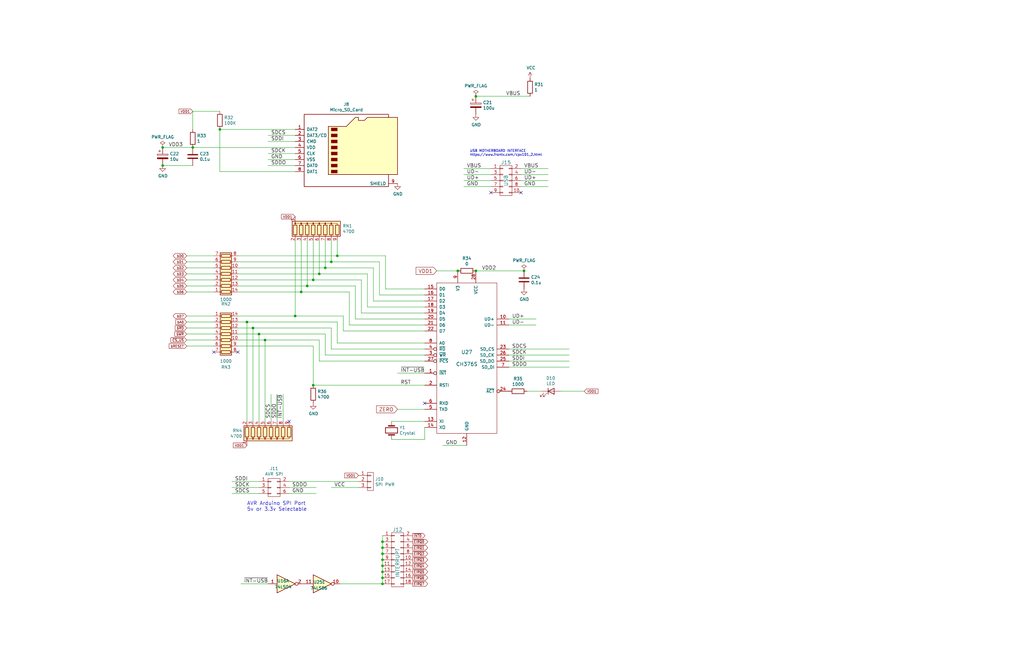
<source format=kicad_sch>
(kicad_sch (version 20211123) (generator eeschema)
  (paper "B")
  (lib_symbols
    (symbol "74xx:74LS04"
      (property "Reference" "U" (at 0 1.27 0))
      (property "Value" "74LS04" (at 0 -1.27 0))
      (symbol "74LS04_1_0"
        (polyline (pts (xy -3.81 3.81) (xy -3.81 -3.81) (xy 3.81 0) (xy -3.81 3.81)) (stroke (width 0.254)) (fill (type background)))
        (pin input line (at -7.62 0 0) (length 3.81) (name "~") (number "1"))
        (pin output inverted (at 7.62 0 180) (length 3.81) (name "~") (number "2"))
      )
      (symbol "74LS04_2_0"
        (polyline (pts (xy -3.81 3.81) (xy -3.81 -3.81) (xy 3.81 0) (xy -3.81 3.81)) (stroke (width 0.254)) (fill (type background)))
        (pin input line (at -7.62 0 0) (length 3.81) (name "~") (number "3"))
        (pin output inverted (at 7.62 0 180) (length 3.81) (name "~") (number "4"))
      )
      (symbol "74LS04_3_0"
        (polyline (pts (xy -3.81 3.81) (xy -3.81 -3.81) (xy 3.81 0) (xy -3.81 3.81)) (stroke (width 0.254)) (fill (type background)))
        (pin input line (at -7.62 0 0) (length 3.81) (name "~") (number "5"))
        (pin output inverted (at 7.62 0 180) (length 3.81) (name "~") (number "6"))
      )
      (symbol "74LS04_4_0"
        (polyline (pts (xy -3.81 3.81) (xy -3.81 -3.81) (xy 3.81 0) (xy -3.81 3.81)) (stroke (width 0.254)) (fill (type background)))
        (pin output inverted (at 7.62 0 180) (length 3.81) (name "~") (number "8"))
        (pin input line (at -7.62 0 0) (length 3.81) (name "~") (number "9"))
      )
      (symbol "74LS04_5_0"
        (polyline (pts (xy -3.81 3.81) (xy -3.81 -3.81) (xy 3.81 0) (xy -3.81 3.81)) (stroke (width 0.254)) (fill (type background)))
        (pin output inverted (at 7.62 0 180) (length 3.81) (name "~") (number "10"))
        (pin input line (at -7.62 0 0) (length 3.81) (name "~") (number "11"))
      )
      (symbol "74LS04_6_0"
        (polyline (pts (xy -3.81 3.81) (xy -3.81 -3.81) (xy 3.81 0) (xy -3.81 3.81)) (stroke (width 0.254)) (fill (type background)))
        (pin output inverted (at 7.62 0 180) (length 3.81) (name "~") (number "12"))
        (pin input line (at -7.62 0 0) (length 3.81) (name "~") (number "13"))
      )
      (symbol "74LS04_7_0"
        (pin power_in line (at 0 12.7 270) (length 5.08) (name "VCC") (number "14"))
        (pin power_in line (at 0 -12.7 90) (length 5.08) (name "GND") (number "7"))
      )
      (symbol "74LS04_7_1"
        (rectangle (start -5.08 7.62) (end 5.08 -7.62) (stroke (width 0.254)) (fill (type background)))
      )
    )
    (symbol "74xx:74LS06N" (pin_names (offset 1.016))
      (property "Reference" "U" (at 0 1.27 0))
      (property "Value" "74LS06N" (at 0 -1.27 0))
      (symbol "74LS06N_1_0"
        (polyline (pts (xy -3.81 3.81) (xy -3.81 -3.81) (xy 3.81 0) (xy -3.81 3.81)) (stroke (width 0.254)) (fill (type background)))
        (pin input line (at -7.62 0 0) (length 3.81) (name "~") (number "1"))
        (pin open_collector inverted (at 7.62 0 180) (length 3.81) (name "~") (number "2"))
      )
      (symbol "74LS06N_2_0"
        (polyline (pts (xy -3.81 3.81) (xy -3.81 -3.81) (xy 3.81 0) (xy -3.81 3.81)) (stroke (width 0.254)) (fill (type background)))
        (pin input line (at -7.62 0 0) (length 3.81) (name "~") (number "3"))
        (pin open_collector inverted (at 7.62 0 180) (length 3.81) (name "~") (number "4"))
      )
      (symbol "74LS06N_3_0"
        (polyline (pts (xy -3.81 3.81) (xy -3.81 -3.81) (xy 3.81 0) (xy -3.81 3.81)) (stroke (width 0.254)) (fill (type background)))
        (pin input line (at -7.62 0 0) (length 3.81) (name "~") (number "5"))
        (pin open_collector inverted (at 7.62 0 180) (length 3.81) (name "~") (number "6"))
      )
      (symbol "74LS06N_4_0"
        (polyline (pts (xy -3.81 3.81) (xy -3.81 -3.81) (xy 3.81 0) (xy -3.81 3.81)) (stroke (width 0.254)) (fill (type background)))
        (pin open_collector inverted (at 7.62 0 180) (length 3.81) (name "~") (number "8"))
        (pin input line (at -7.62 0 0) (length 3.81) (name "~") (number "9"))
      )
      (symbol "74LS06N_5_0"
        (polyline (pts (xy -3.81 3.81) (xy -3.81 -3.81) (xy 3.81 0) (xy -3.81 3.81)) (stroke (width 0.254)) (fill (type background)))
        (pin open_collector inverted (at 7.62 0 180) (length 3.81) (name "~") (number "10"))
        (pin input line (at -7.62 0 0) (length 3.81) (name "~") (number "11"))
      )
      (symbol "74LS06N_6_0"
        (polyline (pts (xy -3.81 3.81) (xy -3.81 -3.81) (xy 3.81 0) (xy -3.81 3.81)) (stroke (width 0.254)) (fill (type background)))
        (pin open_collector inverted (at 7.62 0 180) (length 3.81) (name "~") (number "12"))
        (pin input line (at -7.62 0 0) (length 3.81) (name "~") (number "13"))
      )
      (symbol "74LS06N_7_0"
        (pin power_in line (at 0 12.7 270) (length 5.08) (name "VCC") (number "14"))
        (pin power_in line (at 0 -12.7 90) (length 5.08) (name "GND") (number "7"))
      )
      (symbol "74LS06N_7_1"
        (rectangle (start -5.08 7.62) (end 5.08 -7.62) (stroke (width 0.254)) (fill (type background)))
      )
    )
    (symbol "CH376S:CH376S" (pin_names (offset 1.016))
      (property "Reference" "U" (at 0 -1.27 0))
      (property "Value" "CH376S" (at 0 -3.81 0))
      (symbol "CH376S_0_1"
        (rectangle (start -12.7 31.75) (end 12.7 -31.75))
      )
      (symbol "CH376S_1_1"
        (pin output inverted (at -17.78 -6.35 0) (length 5.08) (name "~{INT}") (number "1"))
        (pin bidirectional line (at 17.78 16.51 180) (length 5.08) (name "UD+") (number "10"))
        (pin bidirectional line (at 17.78 13.97 180) (length 5.08) (name "UD-") (number "11"))
        (pin power_in line (at 0 -36.83 90) (length 5.08) (name "GND") (number "12"))
        (pin input line (at -17.78 -26.67 0) (length 5.08) (name "XI") (number "13"))
        (pin output line (at -17.78 -29.21 0) (length 5.08) (name "XO") (number "14"))
        (pin bidirectional line (at -17.78 29.21 0) (length 5.08) (name "D0") (number "15"))
        (pin bidirectional line (at -17.78 26.67 0) (length 5.08) (name "D1") (number "16"))
        (pin bidirectional line (at -17.78 24.13 0) (length 5.08) (name "D2") (number "17"))
        (pin bidirectional line (at -17.78 21.59 0) (length 5.08) (name "D3") (number "18"))
        (pin bidirectional line (at -17.78 19.05 0) (length 5.08) (name "D4") (number "19"))
        (pin input line (at -17.78 -11.43 0) (length 5.08) (name "RSTI") (number "2"))
        (pin bidirectional line (at -17.78 16.51 0) (length 5.08) (name "D5") (number "20"))
        (pin bidirectional line (at -17.78 13.97 0) (length 5.08) (name "D6") (number "21"))
        (pin bidirectional line (at -17.78 11.43 0) (length 5.08) (name "D7") (number "22"))
        (pin output line (at 17.78 3.81 180) (length 5.08) (name "SD_CS") (number "23"))
        (pin output inverted (at 17.78 -13.97 180) (length 5.08) (name "~{ACT}") (number "24"))
        (pin output line (at 17.78 -1.27 180) (length 5.08) (name "SD_DO") (number "25"))
        (pin output line (at 17.78 1.27 180) (length 5.08) (name "SD_CK") (number "26"))
        (pin input inverted (at -17.78 -1.27 0) (length 5.08) (name "~{PCS}") (number "27"))
        (pin power_in line (at 3.81 36.83 270) (length 5.08) (name "VCC") (number "28"))
        (pin input inverted (at -17.78 1.27 0) (length 5.08) (name "~{WR}") (number "3"))
        (pin input inverted (at -17.78 3.81 0) (length 5.08) (name "~{RD}") (number "4"))
        (pin output line (at -17.78 -21.59 0) (length 5.08) (name "TXD") (number "5"))
        (pin input line (at -17.78 -19.05 0) (length 5.08) (name "RXD") (number "6"))
        (pin input line (at 17.78 -3.81 180) (length 5.08) (name "SD_DI") (number "7"))
        (pin input line (at -17.78 6.35 0) (length 5.08) (name "A0") (number "8"))
        (pin power_in line (at -3.81 36.83 270) (length 5.08) (name "V3") (number "9"))
      )
    )
    (symbol "Micro_SD_Card:Micro_SD_Card" (pin_names (offset 1.016))
      (property "Reference" "J" (at -16.51 15.24 0))
      (property "Value" "Micro_SD_Card" (at 16.51 15.24 0))
      (symbol "Micro_SD_Card_0_1"
        (rectangle (start -7.62 -9.525) (end -5.08 -10.795) (fill (type outline)))
        (rectangle (start -7.62 -6.985) (end -5.08 -8.255) (fill (type outline)))
        (rectangle (start -7.62 -4.445) (end -5.08 -5.715) (fill (type outline)))
        (rectangle (start -7.62 -1.905) (end -5.08 -3.175) (fill (type outline)))
        (rectangle (start -7.62 0.635) (end -5.08 -0.635) (fill (type outline)))
        (rectangle (start -7.62 3.175) (end -5.08 1.905) (fill (type outline)))
        (rectangle (start -7.62 5.715) (end -5.08 4.445) (fill (type outline)))
        (rectangle (start -7.62 8.255) (end -5.08 6.985) (fill (type outline)))
        (polyline (pts (xy 16.51 12.7) (xy 16.51 13.97) (xy -19.05 13.97) (xy -19.05 -16.51) (xy 16.51 -16.51) (xy 16.51 -11.43)) (stroke (width 0.254)))
        (polyline (pts (xy -8.89 -11.43) (xy -8.89 8.89) (xy -1.27 8.89) (xy 2.54 12.7) (xy 3.81 12.7) (xy 3.81 11.43) (xy 6.35 11.43) (xy 7.62 12.7) (xy 20.32 12.7) (xy 20.32 -11.43) (xy -8.89 -11.43)) (stroke (width 0.254)) (fill (type background)))
      )
      (symbol "Micro_SD_Card_1_1"
        (pin bidirectional line (at -22.86 7.62 0) (length 3.81) (name "DAT2") (number "1"))
        (pin no_connect line (at -21.59 -12.7 0) (length 2.54) hide (name "NC") (number "10"))
        (pin no_connect line (at -21.59 -15.24 0) (length 2.54) hide (name "NC") (number "11"))
        (pin bidirectional line (at -22.86 5.08 0) (length 3.81) (name "DAT3/CD") (number "2"))
        (pin input line (at -22.86 2.54 0) (length 3.81) (name "CMD") (number "3"))
        (pin power_in line (at -22.86 0 0) (length 3.81) (name "VDD") (number "4"))
        (pin input line (at -22.86 -2.54 0) (length 3.81) (name "CLK") (number "5"))
        (pin power_in line (at -22.86 -5.08 0) (length 3.81) (name "VSS") (number "6"))
        (pin bidirectional line (at -22.86 -7.62 0) (length 3.81) (name "DAT0") (number "7"))
        (pin bidirectional line (at -22.86 -10.16 0) (length 3.81) (name "DAT1") (number "8"))
        (pin passive line (at 20.32 -15.24 180) (length 3.81) (name "SHIELD") (number "9"))
      )
    )
    (symbol "input-output.Multi-rescue:C-device" (pin_numbers hide) (pin_names (offset 0.254))
      (property "Reference" "C" (at 0.635 2.54 0))
      (property "Value" "C-device" (at 0.635 -2.54 0))
      (symbol "C-device_0_1"
        (polyline (pts (xy -2.032 -0.762) (xy 2.032 -0.762)) (stroke (width 0.508)))
        (polyline (pts (xy -2.032 0.762) (xy 2.032 0.762)) (stroke (width 0.508)))
      )
      (symbol "C-device_1_1"
        (pin passive line (at 0 3.81 270) (length 2.794) (name "~") (number "1"))
        (pin passive line (at 0 -3.81 90) (length 2.794) (name "~") (number "2"))
      )
    )
    (symbol "input-output.Multi-rescue:CONN_01X03-conn" (pin_names (offset 1.016) hide)
      (property "Reference" "J" (at 0 5.08 0))
      (property "Value" "CONN_01X03-conn" (at 2.54 0 90))
      (symbol "CONN_01X03-conn_0_1"
        (rectangle (start -1.27 -2.413) (end 0.254 -2.667))
        (rectangle (start -1.27 0.127) (end 0.254 -0.127))
        (rectangle (start -1.27 2.667) (end 0.254 2.413))
        (rectangle (start -1.27 3.81) (end 1.27 -3.81))
      )
      (symbol "CONN_01X03-conn_1_1"
        (pin passive line (at -5.08 2.54 0) (length 3.81) (name "P1") (number "1"))
        (pin passive line (at -5.08 0 0) (length 3.81) (name "P2") (number "2"))
        (pin passive line (at -5.08 -2.54 0) (length 3.81) (name "P3") (number "3"))
      )
    )
    (symbol "input-output.Multi-rescue:CONN_02X03-conn" (pin_names (offset 0.0254) hide)
      (property "Reference" "J" (at 0 5.08 0))
      (property "Value" "CONN_02X03-conn" (at 0 -5.08 0))
      (symbol "CONN_02X03-conn_0_1"
        (rectangle (start -2.54 -2.413) (end -1.27 -2.667))
        (rectangle (start -2.54 0.127) (end -1.27 -0.127))
        (rectangle (start -2.54 2.667) (end -1.27 2.413))
        (rectangle (start -2.54 3.81) (end 2.54 -3.81))
        (rectangle (start 1.27 -2.413) (end 2.54 -2.667))
        (rectangle (start 1.27 0.127) (end 2.54 -0.127))
        (rectangle (start 1.27 2.667) (end 2.54 2.413))
      )
      (symbol "CONN_02X03-conn_1_1"
        (pin passive line (at -6.35 2.54 0) (length 3.81) (name "P1") (number "1"))
        (pin passive line (at 6.35 2.54 180) (length 3.81) (name "P2") (number "2"))
        (pin passive line (at -6.35 0 0) (length 3.81) (name "P3") (number "3"))
        (pin passive line (at 6.35 0 180) (length 3.81) (name "P4") (number "4"))
        (pin passive line (at -6.35 -2.54 0) (length 3.81) (name "P5") (number "5"))
        (pin passive line (at 6.35 -2.54 180) (length 3.81) (name "P6") (number "6"))
      )
    )
    (symbol "input-output.Multi-rescue:CONN_02X05-conn" (pin_names (offset 0.0254) hide)
      (property "Reference" "J" (at 0 7.62 0))
      (property "Value" "CONN_02X05-conn" (at 0 -7.62 0))
      (symbol "CONN_02X05-conn_0_1"
        (rectangle (start -2.54 -4.953) (end -1.27 -5.207))
        (rectangle (start -2.54 -2.413) (end -1.27 -2.667))
        (rectangle (start -2.54 0.127) (end -1.27 -0.127))
        (rectangle (start -2.54 2.667) (end -1.27 2.413))
        (rectangle (start -2.54 5.207) (end -1.27 4.953))
        (rectangle (start -2.54 6.35) (end 2.54 -6.35))
        (rectangle (start 1.27 -4.953) (end 2.54 -5.207))
        (rectangle (start 1.27 -2.413) (end 2.54 -2.667))
        (rectangle (start 1.27 0.127) (end 2.54 -0.127))
        (rectangle (start 1.27 2.667) (end 2.54 2.413))
        (rectangle (start 1.27 5.207) (end 2.54 4.953))
      )
      (symbol "CONN_02X05-conn_1_1"
        (pin passive line (at -6.35 5.08 0) (length 3.81) (name "P1") (number "1"))
        (pin passive line (at 6.35 -5.08 180) (length 3.81) (name "P10") (number "10"))
        (pin passive line (at 6.35 5.08 180) (length 3.81) (name "P2") (number "2"))
        (pin passive line (at -6.35 2.54 0) (length 3.81) (name "P3") (number "3"))
        (pin passive line (at 6.35 2.54 180) (length 3.81) (name "P4") (number "4"))
        (pin passive line (at -6.35 0 0) (length 3.81) (name "P5") (number "5"))
        (pin passive line (at 6.35 0 180) (length 3.81) (name "P6") (number "6"))
        (pin passive line (at -6.35 -2.54 0) (length 3.81) (name "P7") (number "7"))
        (pin passive line (at 6.35 -2.54 180) (length 3.81) (name "P8") (number "8"))
        (pin passive line (at -6.35 -5.08 0) (length 3.81) (name "P9") (number "9"))
      )
    )
    (symbol "input-output.Multi-rescue:CONN_02X09-conn" (pin_names (offset 0.0254) hide)
      (property "Reference" "J" (at 0 12.7 0))
      (property "Value" "CONN_02X09-conn" (at 0 0 90))
      (symbol "CONN_02X09-conn_0_1"
        (rectangle (start -2.54 -10.033) (end -1.27 -10.287))
        (rectangle (start -2.54 -7.493) (end -1.27 -7.747))
        (rectangle (start -2.54 -4.953) (end -1.27 -5.207))
        (rectangle (start -2.54 -2.413) (end -1.27 -2.667))
        (rectangle (start -2.54 0.127) (end -1.27 -0.127))
        (rectangle (start -2.54 2.667) (end -1.27 2.413))
        (rectangle (start -2.54 5.207) (end -1.27 4.953))
        (rectangle (start -2.54 7.747) (end -1.27 7.493))
        (rectangle (start -2.54 10.287) (end -1.27 10.033))
        (rectangle (start -2.54 11.43) (end 2.54 -11.43))
        (rectangle (start 1.27 -10.033) (end 2.54 -10.287))
        (rectangle (start 1.27 -7.493) (end 2.54 -7.747))
        (rectangle (start 1.27 -4.953) (end 2.54 -5.207))
        (rectangle (start 1.27 -2.413) (end 2.54 -2.667))
        (rectangle (start 1.27 0.127) (end 2.54 -0.127))
        (rectangle (start 1.27 2.667) (end 2.54 2.413))
        (rectangle (start 1.27 5.207) (end 2.54 4.953))
        (rectangle (start 1.27 7.747) (end 2.54 7.493))
        (rectangle (start 1.27 10.287) (end 2.54 10.033))
      )
      (symbol "CONN_02X09-conn_1_1"
        (pin passive line (at -6.35 10.16 0) (length 3.81) (name "P1") (number "1"))
        (pin passive line (at 6.35 0 180) (length 3.81) (name "P10") (number "10"))
        (pin passive line (at -6.35 -2.54 0) (length 3.81) (name "P11") (number "11"))
        (pin passive line (at 6.35 -2.54 180) (length 3.81) (name "P12") (number "12"))
        (pin passive line (at -6.35 -5.08 0) (length 3.81) (name "P13") (number "13"))
        (pin passive line (at 6.35 -5.08 180) (length 3.81) (name "P14") (number "14"))
        (pin passive line (at -6.35 -7.62 0) (length 3.81) (name "P15") (number "15"))
        (pin passive line (at 6.35 -7.62 180) (length 3.81) (name "P16") (number "16"))
        (pin passive line (at -6.35 -10.16 0) (length 3.81) (name "P17") (number "17"))
        (pin passive line (at 6.35 -10.16 180) (length 3.81) (name "P18") (number "18"))
        (pin passive line (at 6.35 10.16 180) (length 3.81) (name "P2") (number "2"))
        (pin passive line (at -6.35 7.62 0) (length 3.81) (name "P3") (number "3"))
        (pin passive line (at 6.35 7.62 180) (length 3.81) (name "P4") (number "4"))
        (pin passive line (at -6.35 5.08 0) (length 3.81) (name "P5") (number "5"))
        (pin passive line (at 6.35 5.08 180) (length 3.81) (name "P6") (number "6"))
        (pin passive line (at -6.35 2.54 0) (length 3.81) (name "P7") (number "7"))
        (pin passive line (at 6.35 2.54 180) (length 3.81) (name "P8") (number "8"))
        (pin passive line (at -6.35 0 0) (length 3.81) (name "P9") (number "9"))
      )
    )
    (symbol "input-output.Multi-rescue:CP-device" (pin_numbers hide) (pin_names (offset 0.254))
      (property "Reference" "C" (at 0.635 2.54 0))
      (property "Value" "CP-device" (at 0.635 -2.54 0))
      (symbol "CP-device_0_1"
        (rectangle (start -2.286 0.508) (end 2.286 1.016))
        (polyline (pts (xy -1.778 2.286) (xy -0.762 2.286)))
        (polyline (pts (xy -1.27 2.794) (xy -1.27 1.778)))
        (rectangle (start 2.286 -0.508) (end -2.286 -1.016) (fill (type outline)))
      )
      (symbol "CP-device_1_1"
        (pin passive line (at 0 3.81 270) (length 2.794) (name "~") (number "1"))
        (pin passive line (at 0 -3.81 90) (length 2.794) (name "~") (number "2"))
      )
    )
    (symbol "input-output.Multi-rescue:Crystal-device" (pin_numbers hide) (pin_names (offset 1.016) hide)
      (property "Reference" "Y" (at 0 3.81 0))
      (property "Value" "Crystal-device" (at 0 -3.81 0))
      (symbol "Crystal-device_0_1"
        (rectangle (start -1.143 2.54) (end 1.143 -2.54) (stroke (width 0.3048)))
        (polyline (pts (xy -2.54 0) (xy -1.905 0)))
        (polyline (pts (xy -1.905 -1.27) (xy -1.905 1.27)) (stroke (width 0.508)))
        (polyline (pts (xy 1.905 -1.27) (xy 1.905 1.27)) (stroke (width 0.508)))
        (polyline (pts (xy 2.54 0) (xy 1.905 0)))
      )
      (symbol "Crystal-device_1_1"
        (pin passive line (at -3.81 0 0) (length 1.27) (name "1") (number "1"))
        (pin passive line (at 3.81 0 180) (length 1.27) (name "2") (number "2"))
      )
    )
    (symbol "input-output.Multi-rescue:LED-device" (pin_numbers hide) (pin_names (offset 1.016) hide)
      (property "Reference" "D" (at 0 2.54 0))
      (property "Value" "LED-device" (at 0 -2.54 0))
      (symbol "LED-device_0_1"
        (polyline (pts (xy -1.27 -1.27) (xy -1.27 1.27)) (stroke (width 0.254)))
        (polyline (pts (xy -1.27 0) (xy 1.27 0)))
        (polyline (pts (xy 1.27 -1.27) (xy 1.27 1.27) (xy -1.27 0) (xy 1.27 -1.27)) (stroke (width 0.254)))
        (polyline (pts (xy -3.048 -0.762) (xy -4.572 -2.286) (xy -3.81 -2.286) (xy -4.572 -2.286) (xy -4.572 -1.524)))
        (polyline (pts (xy -1.778 -0.762) (xy -3.302 -2.286) (xy -2.54 -2.286) (xy -3.302 -2.286) (xy -3.302 -1.524)))
      )
      (symbol "LED-device_1_1"
        (pin passive line (at -3.81 0 0) (length 2.54) (name "K") (number "1"))
        (pin passive line (at 3.81 0 180) (length 2.54) (name "A") (number "2"))
      )
    )
    (symbol "input-output.Multi-rescue:R-device" (pin_numbers hide) (pin_names (offset 0))
      (property "Reference" "R" (at 2.032 0 90))
      (property "Value" "R-device" (at 0 0 90))
      (symbol "R-device_0_1"
        (rectangle (start -1.016 -2.54) (end 1.016 2.54) (stroke (width 0.254)))
      )
      (symbol "R-device_1_1"
        (pin passive line (at 0 3.81 270) (length 1.27) (name "~") (number "1"))
        (pin passive line (at 0 -3.81 90) (length 1.27) (name "~") (number "2"))
      )
    )
    (symbol "input-output.Multi-rescue:R_Network08-device" (pin_names (offset 0) hide)
      (property "Reference" "RN" (at -12.7 0 90))
      (property "Value" "R_Network08-device" (at 10.16 0 90))
      (symbol "R_Network08-device_0_1"
        (rectangle (start -11.43 -3.175) (end 8.89 3.175) (stroke (width 0.254)) (fill (type background)))
        (rectangle (start -10.922 1.524) (end -9.398 -2.54) (stroke (width 0.254)))
        (circle (center -10.16 2.286) (radius 0.254) (fill (type outline)))
        (rectangle (start -8.382 1.524) (end -6.858 -2.54) (stroke (width 0.254)))
        (circle (center -7.62 2.286) (radius 0.254) (fill (type outline)))
        (rectangle (start -5.842 1.524) (end -4.318 -2.54) (stroke (width 0.254)))
        (circle (center -5.08 2.286) (radius 0.254) (fill (type outline)))
        (rectangle (start -3.302 1.524) (end -1.778 -2.54) (stroke (width 0.254)))
        (circle (center -2.54 2.286) (radius 0.254) (fill (type outline)))
        (rectangle (start -0.762 1.524) (end 0.762 -2.54) (stroke (width 0.254)))
        (polyline (pts (xy -10.16 -2.54) (xy -10.16 -3.81)))
        (polyline (pts (xy -7.62 -2.54) (xy -7.62 -3.81)))
        (polyline (pts (xy -5.08 -2.54) (xy -5.08 -3.81)))
        (polyline (pts (xy -2.54 -2.54) (xy -2.54 -3.81)))
        (polyline (pts (xy 0 -2.54) (xy 0 -3.81)))
        (polyline (pts (xy 2.54 -2.54) (xy 2.54 -3.81)))
        (polyline (pts (xy 5.08 -2.54) (xy 5.08 -3.81)))
        (polyline (pts (xy 7.62 -2.54) (xy 7.62 -3.81)))
        (polyline (pts (xy -10.16 1.524) (xy -10.16 2.286) (xy -7.62 2.286) (xy -7.62 1.524)))
        (polyline (pts (xy -7.62 1.524) (xy -7.62 2.286) (xy -5.08 2.286) (xy -5.08 1.524)))
        (polyline (pts (xy -5.08 1.524) (xy -5.08 2.286) (xy -2.54 2.286) (xy -2.54 1.524)))
        (polyline (pts (xy -2.54 1.524) (xy -2.54 2.286) (xy 0 2.286) (xy 0 1.524)))
        (polyline (pts (xy 0 1.524) (xy 0 2.286) (xy 2.54 2.286) (xy 2.54 1.524)))
        (polyline (pts (xy 2.54 1.524) (xy 2.54 2.286) (xy 5.08 2.286) (xy 5.08 1.524)))
        (polyline (pts (xy 5.08 1.524) (xy 5.08 2.286) (xy 7.62 2.286) (xy 7.62 1.524)))
        (circle (center 0 2.286) (radius 0.254) (fill (type outline)))
        (rectangle (start 1.778 1.524) (end 3.302 -2.54) (stroke (width 0.254)))
        (circle (center 2.54 2.286) (radius 0.254) (fill (type outline)))
        (rectangle (start 4.318 1.524) (end 5.842 -2.54) (stroke (width 0.254)))
        (circle (center 5.08 2.286) (radius 0.254) (fill (type outline)))
        (rectangle (start 6.858 1.524) (end 8.382 -2.54) (stroke (width 0.254)))
      )
      (symbol "R_Network08-device_1_1"
        (pin passive line (at -10.16 5.08 270) (length 2.54) (name "common") (number "1"))
        (pin passive line (at -10.16 -5.08 90) (length 1.27) (name "R1") (number "2"))
        (pin passive line (at -7.62 -5.08 90) (length 1.27) (name "R2") (number "3"))
        (pin passive line (at -5.08 -5.08 90) (length 1.27) (name "R3") (number "4"))
        (pin passive line (at -2.54 -5.08 90) (length 1.27) (name "R4") (number "5"))
        (pin passive line (at 0 -5.08 90) (length 1.27) (name "R5") (number "6"))
        (pin passive line (at 2.54 -5.08 90) (length 1.27) (name "R6") (number "7"))
        (pin passive line (at 5.08 -5.08 90) (length 1.27) (name "R7") (number "8"))
        (pin passive line (at 7.62 -5.08 90) (length 1.27) (name "R8") (number "9"))
      )
    )
    (symbol "input-output.Multi-rescue:R_Pack07-device" (pin_names (offset 0) hide)
      (property "Reference" "RN" (at -10.16 0 90))
      (property "Value" "R_Pack07-device" (at 10.16 0 90))
      (symbol "R_Pack07-device_0_1"
        (rectangle (start -8.89 -2.413) (end 8.89 2.413) (stroke (width 0.254)) (fill (type background)))
        (rectangle (start -8.255 1.905) (end -6.985 -1.905) (stroke (width 0.254)))
        (rectangle (start -5.715 1.905) (end -4.445 -1.905) (stroke (width 0.254)))
        (rectangle (start -3.175 1.905) (end -1.905 -1.905) (stroke (width 0.254)))
        (rectangle (start -0.635 1.905) (end 0.635 -1.905) (stroke (width 0.254)))
        (polyline (pts (xy -7.62 -2.54) (xy -7.62 -1.905)))
        (polyline (pts (xy -7.62 1.905) (xy -7.62 2.54)))
        (polyline (pts (xy -5.08 -2.54) (xy -5.08 -1.905)))
        (polyline (pts (xy -5.08 1.905) (xy -5.08 2.54)))
        (polyline (pts (xy -2.54 -2.54) (xy -2.54 -1.905)))
        (polyline (pts (xy -2.54 1.905) (xy -2.54 2.54)))
        (polyline (pts (xy 0 -2.54) (xy 0 -1.905)))
        (polyline (pts (xy 0 1.905) (xy 0 2.54)))
        (polyline (pts (xy 2.54 -2.54) (xy 2.54 -1.905)))
        (polyline (pts (xy 2.54 1.905) (xy 2.54 2.54)))
        (polyline (pts (xy 5.08 -2.54) (xy 5.08 -1.905)))
        (polyline (pts (xy 5.08 1.905) (xy 5.08 2.54)))
        (polyline (pts (xy 7.62 -2.54) (xy 7.62 -1.905)))
        (polyline (pts (xy 7.62 1.905) (xy 7.62 2.54)))
        (rectangle (start 1.905 1.905) (end 3.175 -1.905) (stroke (width 0.254)))
        (rectangle (start 4.445 1.905) (end 5.715 -1.905) (stroke (width 0.254)))
        (rectangle (start 6.985 1.905) (end 8.255 -1.905) (stroke (width 0.254)))
      )
      (symbol "R_Pack07-device_1_1"
        (pin passive line (at -7.62 -5.08 90) (length 2.54) (name "R1.1") (number "1"))
        (pin passive line (at 2.54 5.08 270) (length 2.54) (name "R5.2") (number "10"))
        (pin passive line (at 0 5.08 270) (length 2.54) (name "R4.2") (number "11"))
        (pin passive line (at -2.54 5.08 270) (length 2.54) (name "R3.2") (number "12"))
        (pin passive line (at -5.08 5.08 270) (length 2.54) (name "R2.2") (number "13"))
        (pin passive line (at -7.62 5.08 270) (length 2.54) (name "R1.2") (number "14"))
        (pin passive line (at -5.08 -5.08 90) (length 2.54) (name "R2.1") (number "2"))
        (pin passive line (at -2.54 -5.08 90) (length 2.54) (name "R3.1") (number "3"))
        (pin passive line (at 0 -5.08 90) (length 2.54) (name "R4.1") (number "4"))
        (pin passive line (at 2.54 -5.08 90) (length 2.54) (name "R5.1") (number "5"))
        (pin passive line (at 5.08 -5.08 90) (length 2.54) (name "R6.1") (number "6"))
        (pin passive line (at 7.62 -5.08 90) (length 2.54) (name "R7.1") (number "7"))
        (pin passive line (at 7.62 5.08 270) (length 2.54) (name "R7.2") (number "8"))
        (pin passive line (at 5.08 5.08 270) (length 2.54) (name "R6.2") (number "9"))
      )
    )
    (symbol "power:GND" (power) (pin_names (offset 0))
      (property "Value" "GND" (at 0 -3.81 0))
      (symbol "GND_0_1"
        (polyline (pts (xy 0 0) (xy 0 -1.27) (xy 1.27 -1.27) (xy 0 -2.54) (xy -1.27 -1.27) (xy 0 -1.27)))
      )
      (symbol "GND_1_1"
        (pin power_in line (at 0 0 270) (length 0) hide (name "GND") (number "1"))
      )
    )
    (symbol "power:PWR_FLAG" (power) (pin_numbers hide) (pin_names (offset 0) hide)
      (property "Value" "PWR_FLAG" (at 0 3.81 0))
      (symbol "PWR_FLAG_0_0"
        (pin power_out line (at 0 0 90) (length 0) (name "pwr") (number "1"))
      )
      (symbol "PWR_FLAG_0_1"
        (polyline (pts (xy 0 0) (xy 0 1.27) (xy -1.016 1.905) (xy 0 2.54) (xy 1.016 1.905) (xy 0 1.27)))
      )
    )
    (symbol "power:VCC" (power) (pin_names (offset 0))
      (property "Value" "VCC" (at 0 3.81 0))
      (symbol "VCC_0_1"
        (polyline (pts (xy -0.762 1.27) (xy 0 2.54)))
        (polyline (pts (xy 0 0) (xy 0 2.54)))
        (polyline (pts (xy 0 2.54) (xy 0.762 1.27)))
      )
      (symbol "VCC_1_1"
        (pin power_in line (at 0 0 90) (length 0) hide (name "VCC") (number "1"))
      )
    )
  )
  (junction (at 161.29 246.38))
  (junction (at 132.08 118.11))
  (junction (at 161.29 233.68))
  (junction (at 161.29 241.3))
  (junction (at 104.14 135.89))
  (junction (at 142.24 107.95))
  (junction (at 200.66 114.3))
  (junction (at 129.54 120.65))
  (junction (at 68.58 62.23))
  (junction (at 193.04 114.3))
  (junction (at 81.28 62.23))
  (junction (at 161.29 236.22))
  (junction (at 111.76 143.51))
  (junction (at 161.29 238.76))
  (junction (at 139.7 110.49))
  (junction (at 68.58 69.85))
  (junction (at 161.29 231.14))
  (junction (at 127 123.19))
  (junction (at 92.71 54.61))
  (junction (at 220.98 114.3))
  (junction (at 109.22 140.97))
  (junction (at 124.46 133.35))
  (junction (at 137.16 113.03))
  (junction (at 132.08 162.56))
  (junction (at 106.68 138.43))
  (junction (at 161.29 228.6))
  (junction (at 134.62 115.57))
  (junction (at 200.66 40.64))
  (junction (at 161.29 243.84))
  (no_connect (at 207.01 81.28))
  (no_connect (at 90.17 148.59))
  (no_connect (at 179.07 170.18))
  (no_connect (at 219.71 81.28))
  (no_connect (at 121.92 177.8))
  (no_connect (at 100.33 148.59))
  (wire (pts (xy 129.54 120.65) (xy 100.33 120.65)))
  (wire (pts (xy 81.28 62.23) (xy 68.58 62.23)))
  (wire (pts (xy 154.94 115.57) (xy 134.62 115.57)))
  (wire (pts (xy 152.4 118.11) (xy 152.4 132.08)))
  (wire (pts (xy 214.63 154.94) (xy 240.03 154.94)))
  (wire (pts (xy 90.17 120.65) (xy 78.74 120.65)))
  (wire (pts (xy 137.16 140.97) (xy 137.16 149.86)))
  (wire (pts (xy 124.46 57.15) (xy 113.03 57.15)))
  (wire (pts (xy 161.29 233.68) (xy 161.29 231.14)))
  (wire (pts (xy 179.07 124.46) (xy 160.02 124.46)))
  (wire (pts (xy 92.71 54.61) (xy 124.46 54.61)))
  (wire (pts (xy 90.17 123.19) (xy 78.74 123.19)))
  (wire (pts (xy 207.01 71.12) (xy 195.58 71.12)))
  (wire (pts (xy 137.16 101.6) (xy 137.16 113.03)))
  (wire (pts (xy 167.64 157.48) (xy 179.07 157.48)))
  (wire (pts (xy 97.79 203.2) (xy 109.22 203.2)))
  (wire (pts (xy 92.71 72.39) (xy 92.71 54.61)))
  (wire (pts (xy 90.17 140.97) (xy 78.74 140.97)))
  (wire (pts (xy 161.29 236.22) (xy 161.29 233.68)))
  (wire (pts (xy 119.38 166.37) (xy 119.38 177.8)))
  (wire (pts (xy 160.02 110.49) (xy 139.7 110.49)))
  (wire (pts (xy 214.63 147.32) (xy 240.03 147.32)))
  (wire (pts (xy 124.46 59.69) (xy 113.03 59.69)))
  (wire (pts (xy 134.62 143.51) (xy 111.76 143.51)))
  (wire (pts (xy 90.17 115.57) (xy 78.74 115.57)))
  (wire (pts (xy 116.84 166.37) (xy 116.84 177.8)))
  (wire (pts (xy 157.48 113.03) (xy 157.48 127)))
  (wire (pts (xy 90.17 143.51) (xy 78.74 143.51)))
  (wire (pts (xy 160.02 124.46) (xy 160.02 110.49)))
  (wire (pts (xy 100.33 133.35) (xy 124.46 133.35)))
  (wire (pts (xy 144.78 133.35) (xy 144.78 139.7)))
  (wire (pts (xy 81.28 62.23) (xy 124.46 62.23)))
  (wire (pts (xy 100.33 135.89) (xy 104.14 135.89)))
  (wire (pts (xy 121.92 203.2) (xy 151.13 203.2)))
  (wire (pts (xy 132.08 118.11) (xy 152.4 118.11)))
  (wire (pts (xy 68.58 69.85) (xy 81.28 69.85)))
  (wire (pts (xy 100.33 146.05) (xy 132.08 146.05)))
  (wire (pts (xy 246.38 165.1) (xy 236.22 165.1)))
  (wire (pts (xy 78.74 146.05) (xy 90.17 146.05)))
  (wire (pts (xy 132.08 146.05) (xy 132.08 162.56)))
  (wire (pts (xy 143.51 246.38) (xy 161.29 246.38)))
  (wire (pts (xy 207.01 73.66) (xy 195.58 73.66)))
  (wire (pts (xy 134.62 101.6) (xy 134.62 115.57)))
  (wire (pts (xy 109.22 140.97) (xy 137.16 140.97)))
  (wire (pts (xy 101.6 246.38) (xy 113.03 246.38)))
  (wire (pts (xy 92.71 72.39) (xy 124.46 72.39)))
  (wire (pts (xy 121.92 208.28) (xy 133.35 208.28)))
  (wire (pts (xy 207.01 78.74) (xy 195.58 78.74)))
  (wire (pts (xy 104.14 177.8) (xy 104.14 135.89)))
  (wire (pts (xy 142.24 135.89) (xy 142.24 144.78)))
  (wire (pts (xy 132.08 162.56) (xy 179.07 162.56)))
  (wire (pts (xy 129.54 101.6) (xy 129.54 120.65)))
  (wire (pts (xy 139.7 110.49) (xy 100.33 110.49)))
  (wire (pts (xy 226.06 137.16) (xy 214.63 137.16)))
  (wire (pts (xy 100.33 118.11) (xy 132.08 118.11)))
  (wire (pts (xy 90.17 113.03) (xy 78.74 113.03)))
  (wire (pts (xy 111.76 177.8) (xy 111.76 143.51)))
  (wire (pts (xy 161.29 228.6) (xy 161.29 226.06)))
  (wire (pts (xy 214.63 152.4) (xy 240.03 152.4)))
  (wire (pts (xy 132.08 101.6) (xy 132.08 118.11)))
  (wire (pts (xy 142.24 107.95) (xy 162.56 107.95)))
  (wire (pts (xy 139.7 138.43) (xy 139.7 147.32)))
  (wire (pts (xy 179.07 152.4) (xy 134.62 152.4)))
  (wire (pts (xy 154.94 129.54) (xy 154.94 115.57)))
  (wire (pts (xy 100.33 123.19) (xy 127 123.19)))
  (wire (pts (xy 200.66 40.64) (xy 223.52 40.64)))
  (wire (pts (xy 137.16 149.86) (xy 179.07 149.86)))
  (wire (pts (xy 161.29 238.76) (xy 161.29 236.22)))
  (wire (pts (xy 124.46 133.35) (xy 144.78 133.35)))
  (wire (pts (xy 139.7 147.32) (xy 179.07 147.32)))
  (wire (pts (xy 137.16 113.03) (xy 157.48 113.03)))
  (wire (pts (xy 231.14 78.74) (xy 219.71 78.74)))
  (wire (pts (xy 113.03 67.31) (xy 124.46 67.31)))
  (wire (pts (xy 161.29 243.84) (xy 161.29 241.3)))
  (wire (pts (xy 109.22 177.8) (xy 109.22 140.97)))
  (wire (pts (xy 111.76 143.51) (xy 100.33 143.51)))
  (wire (pts (xy 161.29 231.14) (xy 161.29 228.6)))
  (wire (pts (xy 162.56 121.92) (xy 179.07 121.92)))
  (wire (pts (xy 139.7 101.6) (xy 139.7 110.49)))
  (wire (pts (xy 134.62 152.4) (xy 134.62 143.51)))
  (wire (pts (xy 231.14 73.66) (xy 219.71 73.66)))
  (wire (pts (xy 100.33 138.43) (xy 106.68 138.43)))
  (wire (pts (xy 90.17 138.43) (xy 78.74 138.43)))
  (wire (pts (xy 90.17 110.49) (xy 78.74 110.49)))
  (wire (pts (xy 214.63 149.86) (xy 240.03 149.86)))
  (wire (pts (xy 152.4 132.08) (xy 179.07 132.08)))
  (wire (pts (xy 147.32 123.19) (xy 147.32 137.16)))
  (wire (pts (xy 231.14 71.12) (xy 219.71 71.12)))
  (wire (pts (xy 142.24 101.6) (xy 142.24 107.95)))
  (wire (pts (xy 179.07 134.62) (xy 149.86 134.62)))
  (wire (pts (xy 161.29 246.38) (xy 161.29 243.84)))
  (wire (pts (xy 219.71 76.2) (xy 231.14 76.2)))
  (wire (pts (xy 167.64 172.72) (xy 179.07 172.72)))
  (wire (pts (xy 142.24 144.78) (xy 179.07 144.78)))
  (wire (pts (xy 222.25 165.1) (xy 228.6 165.1)))
  (wire (pts (xy 161.29 241.3) (xy 161.29 238.76)))
  (wire (pts (xy 186.69 187.96) (xy 196.85 187.96)))
  (wire (pts (xy 90.17 135.89) (xy 78.74 135.89)))
  (wire (pts (xy 121.92 205.74) (xy 133.35 205.74)))
  (wire (pts (xy 184.15 114.3) (xy 193.04 114.3)))
  (wire (pts (xy 90.17 118.11) (xy 78.74 118.11)))
  (wire (pts (xy 90.17 133.35) (xy 78.74 133.35)))
  (wire (pts (xy 179.07 129.54) (xy 154.94 129.54)))
  (wire (pts (xy 226.06 134.62) (xy 214.63 134.62)))
  (wire (pts (xy 114.3 177.8) (xy 114.3 166.37)))
  (wire (pts (xy 100.33 140.97) (xy 109.22 140.97)))
  (wire (pts (xy 124.46 69.85) (xy 113.03 69.85)))
  (wire (pts (xy 162.56 107.95) (xy 162.56 121.92)))
  (wire (pts (xy 134.62 115.57) (xy 100.33 115.57)))
  (wire (pts (xy 165.1 177.8) (xy 179.07 177.8)))
  (wire (pts (xy 100.33 113.03) (xy 137.16 113.03)))
  (wire (pts (xy 139.7 205.74) (xy 151.13 205.74)))
  (wire (pts (xy 147.32 137.16) (xy 179.07 137.16)))
  (wire (pts (xy 104.14 135.89) (xy 142.24 135.89)))
  (wire (pts (xy 81.28 54.61) (xy 81.28 46.99)))
  (wire (pts (xy 124.46 101.6) (xy 124.46 133.35)))
  (wire (pts (xy 179.07 185.42) (xy 165.1 185.42)))
  (wire (pts (xy 200.66 114.3) (xy 220.98 114.3)))
  (wire (pts (xy 127 123.19) (xy 147.32 123.19)))
  (wire (pts (xy 90.17 107.95) (xy 78.74 107.95)))
  (wire (pts (xy 124.46 64.77) (xy 113.03 64.77)))
  (wire (pts (xy 127 101.6) (xy 127 123.19)))
  (wire (pts (xy 100.33 107.95) (xy 142.24 107.95)))
  (wire (pts (xy 195.58 76.2) (xy 207.01 76.2)))
  (wire (pts (xy 81.28 46.99) (xy 92.71 46.99)))
  (wire (pts (xy 97.79 205.74) (xy 109.22 205.74)))
  (wire (pts (xy 144.78 139.7) (xy 179.07 139.7)))
  (wire (pts (xy 157.48 127) (xy 179.07 127)))
  (wire (pts (xy 97.79 208.28) (xy 109.22 208.28)))
  (wire (pts (xy 106.68 177.8) (xy 106.68 138.43)))
  (wire (pts (xy 106.68 138.43) (xy 139.7 138.43)))
  (wire (pts (xy 149.86 120.65) (xy 129.54 120.65)))
  (wire (pts (xy 179.07 180.34) (xy 179.07 185.42)))
  (wire (pts (xy 149.86 134.62) (xy 149.86 120.65)))
  (text "AVR Arduino SPI Port\n5v or 3.3v Selectable" (at 104.14 215.9 0) (effects (font (size 1.524 1.524)) (justify left bottom)))
  (text "USB MOTHERBOARD INTERFACE\nhttps://www.frontx.com/cpx101_2.html" (at 198.12 66.04 0) (effects (font (size 1.016 1.016)) (justify left bottom)))
  (label "VBUS" (at 220.98 71.12 0) (effects (font (size 1.524 1.524))))
  (label "VDD3" (at 71.12 62.23 0) (effects (font (size 1.524 1.524))))
  (label "SDCK" (at 99.06 205.74 0) (effects (font (size 1.524 1.524))))
  (label "~{INT-USB}" (at 119.38 176.53 90) (effects (font (size 1.524 1.524))))
  (label "~{INT-USB}" (at 168.91 157.48 0) (effects (font (size 1.524 1.524))))
  (label "VBUS" (at 213.36 40.64 0) (effects (font (size 1.524 1.524))))
  (label "VCC" (at 140.97 205.74 0) (effects (font (size 1.524 1.524))))
  (label "UD-" (at 196.85 73.66 0) (effects (font (size 1.524 1.524))))
  (label "UD+" (at 215.9 134.62 0) (effects (font (size 1.524 1.524))))
  (label "SDCS" (at 99.06 208.28 0) (effects (font (size 1.524 1.524))))
  (label "VDD2" (at 203.2 114.3 0) (effects (font (size 1.524 1.524))))
  (label "SDDO" (at 123.19 205.74 0) (effects (font (size 1.524 1.524))))
  (label "UD-" (at 220.98 73.66 0) (effects (font (size 1.524 1.524))))
  (label "SDCK" (at 215.9 149.86 0) (effects (font (size 1.524 1.524))))
  (label "RST" (at 168.91 162.56 0) (effects (font (size 1.524 1.524))))
  (label "SDCK" (at 114.3 64.77 0) (effects (font (size 1.524 1.524))))
  (label "GND" (at 123.19 208.28 0) (effects (font (size 1.524 1.524))))
  (label "SDDI" (at 99.06 203.2 0) (effects (font (size 1.524 1.524))))
  (label "~{INT-USB}" (at 102.87 246.38 0) (effects (font (size 1.524 1.524))))
  (label "SDDO" (at 114.3 69.85 0) (effects (font (size 1.524 1.524))))
  (label "SDCS" (at 114.3 176.53 90) (effects (font (size 1.524 1.524))))
  (label "GND" (at 220.98 78.74 0) (effects (font (size 1.524 1.524))))
  (label "UD+" (at 196.85 76.2 0) (effects (font (size 1.524 1.524))))
  (label "GND" (at 187.96 187.96 0) (effects (font (size 1.524 1.524))))
  (label "UD+" (at 220.98 76.2 0) (effects (font (size 1.524 1.524))))
  (label "SDDI" (at 215.9 152.4 0) (effects (font (size 1.524 1.524))))
  (label "GND" (at 196.85 78.74 0) (effects (font (size 1.524 1.524))))
  (label "SDCS" (at 215.9 147.32 0) (effects (font (size 1.524 1.524))))
  (label "UD-" (at 215.9 137.16 0) (effects (font (size 1.524 1.524))))
  (label "GND" (at 114.3 67.31 0) (effects (font (size 1.524 1.524))))
  (label "SDCS" (at 114.3 57.15 0) (effects (font (size 1.524 1.524))))
  (label "VBUS" (at 196.85 71.12 0) (effects (font (size 1.524 1.524))))
  (label "SDDI" (at 114.3 59.69 0) (effects (font (size 1.524 1.524))))
  (label "SDDO" (at 116.84 176.53 90) (effects (font (size 1.524 1.524))))
  (label "SDDO" (at 215.9 154.94 0) (effects (font (size 1.524 1.524))))
  (global_label "~{INT0}" (shape output) (at 173.99 226.06 0) (effects (font (size 1.016 1.016))) (property "Intersheet References" "${INTERSHEET_REFS}" (effects hide)))
  (global_label "VDD1" (shape input) (at 104.14 187.96 180) (effects (font (size 1.016 1.016))) (property "Intersheet References" "${INTERSHEET_REFS}" (effects hide)))
  (global_label "bRESET" (shape input) (at 78.74 146.05 180) (effects (font (size 1.016 1.016))) (property "Intersheet References" "${INTERSHEET_REFS}" (effects hide)))
  (global_label "bD0" (shape bidirectional) (at 78.74 107.95 180) (effects (font (size 1.016 1.016))) (property "Intersheet References" "${INTERSHEET_REFS}" (effects hide)))
  (global_label "bD6" (shape bidirectional) (at 78.74 123.19 180) (effects (font (size 1.016 1.016))) (property "Intersheet References" "${INTERSHEET_REFS}" (effects hide)))
  (global_label "~{EIRQ6}" (shape output) (at 173.99 243.84 0) (effects (font (size 1.016 1.016))) (property "Intersheet References" "${INTERSHEET_REFS}" (effects hide)))
  (global_label "~{EIRQ7}" (shape output) (at 173.99 246.38 0) (effects (font (size 1.016 1.016))) (property "Intersheet References" "${INTERSHEET_REFS}" (effects hide)))
  (global_label "VDD1" (shape input) (at 151.13 200.66 180) (effects (font (size 1.016 1.016))) (property "Intersheet References" "${INTERSHEET_REFS}" (effects hide)))
  (global_label "bD3" (shape bidirectional) (at 78.74 115.57 180) (effects (font (size 1.016 1.016))) (property "Intersheet References" "${INTERSHEET_REFS}" (effects hide)))
  (global_label "ZERO" (shape input) (at 167.64 172.72 180) (effects (font (size 1.524 1.524))) (property "Intersheet References" "${INTERSHEET_REFS}" (effects hide)))
  (global_label "bD4" (shape bidirectional) (at 78.74 118.11 180) (effects (font (size 1.016 1.016))) (property "Intersheet References" "${INTERSHEET_REFS}" (effects hide)))
  (global_label "bD7" (shape bidirectional) (at 78.74 133.35 180) (effects (font (size 1.016 1.016))) (property "Intersheet References" "${INTERSHEET_REFS}" (effects hide)))
  (global_label "~{EIRQ2}" (shape output) (at 173.99 233.68 0) (effects (font (size 1.016 1.016))) (property "Intersheet References" "${INTERSHEET_REFS}" (effects hide)))
  (global_label "VDD1" (shape input) (at 246.38 165.1 0) (effects (font (size 1.016 1.016))) (property "Intersheet References" "${INTERSHEET_REFS}" (effects hide)))
  (global_label "~{CS_US}" (shape input) (at 78.74 143.51 180) (effects (font (size 1.016 1.016))) (property "Intersheet References" "${INTERSHEET_REFS}" (effects hide)))
  (global_label "~{EIRQ0}" (shape output) (at 173.99 228.6 0) (effects (font (size 1.016 1.016))) (property "Intersheet References" "${INTERSHEET_REFS}" (effects hide)))
  (global_label "~{bWR}" (shape input) (at 78.74 140.97 180) (effects (font (size 1.016 1.016))) (property "Intersheet References" "${INTERSHEET_REFS}" (effects hide)))
  (global_label "VDD1" (shape input) (at 81.28 46.99 180) (effects (font (size 1.016 1.016))) (property "Intersheet References" "${INTERSHEET_REFS}" (effects hide)))
  (global_label "~{EIRQ5}" (shape output) (at 173.99 241.3 0) (effects (font (size 1.016 1.016))) (property "Intersheet References" "${INTERSHEET_REFS}" (effects hide)))
  (global_label "VDD1" (shape input) (at 124.46 91.44 180) (effects (font (size 1.016 1.016))) (property "Intersheet References" "${INTERSHEET_REFS}" (effects hide)))
  (global_label "bD1" (shape bidirectional) (at 78.74 110.49 180) (effects (font (size 1.016 1.016))) (property "Intersheet References" "${INTERSHEET_REFS}" (effects hide)))
  (global_label "~{EIRQ4}" (shape output) (at 173.99 238.76 0) (effects (font (size 1.016 1.016))) (property "Intersheet References" "${INTERSHEET_REFS}" (effects hide)))
  (global_label "bD5" (shape bidirectional) (at 78.74 120.65 180) (effects (font (size 1.016 1.016))) (property "Intersheet References" "${INTERSHEET_REFS}" (effects hide)))
  (global_label "bD2" (shape bidirectional) (at 78.74 113.03 180) (effects (font (size 1.016 1.016))) (property "Intersheet References" "${INTERSHEET_REFS}" (effects hide)))
  (global_label "~{bRD}" (shape input) (at 78.74 138.43 180) (effects (font (size 1.016 1.016))) (property "Intersheet References" "${INTERSHEET_REFS}" (effects hide)))
  (global_label "VDD1" (shape input) (at 184.15 114.3 180) (effects (font (size 1.524 1.524))) (property "Intersheet References" "${INTERSHEET_REFS}" (effects hide)))
  (global_label "~{EIRQ3}" (shape output) (at 173.99 236.22 0) (effects (font (size 1.016 1.016))) (property "Intersheet References" "${INTERSHEET_REFS}" (effects hide)))
  (global_label "bA0" (shape input) (at 78.74 135.89 180) (effects (font (size 1.016 1.016))) (property "Intersheet References" "${INTERSHEET_REFS}" (effects hide)))
  (global_label "~{EIRQ1}" (shape output) (at 173.99 231.14 0) (effects (font (size 1.016 1.016))) (property "Intersheet References" "${INTERSHEET_REFS}" (effects hide)))
  (symbol (lib_id "74xx:74LS06N") (at 135.89 246.38 0) (unit 5)
    (property "Reference" "U25" (at 132.08 246.38 0) (effects (justify left bottom)))
    (property "Value" "74LS06" (at 130.81 248.92 0) (effects (justify left bottom)))
    (property "Footprint" "Package_DIP:DIP-14_W7.62mm" (effects hide))
    (property "Datasheet" "http://www.ti.com/lit/gpn/sn74LS06N" (effects hide))
  )
  (symbol (lib_id "CH376S:CH376S") (at 196.85 151.13 0) (unit 1)
    (property "Reference" "U27" (at 196.85 148.59 0) (effects (font (size 1.524 1.524))))
    (property "Value" "CH376S" (at 196.85 153.67 0) (effects (font (size 1.524 1.524))))
    (property "Footprint" "Package_SO:SOIC-28W_7.5x18.7mm_P1.27mm" (effects hide))
  )
  (symbol (lib_id "input-output.Multi-rescue:CONN_02X03-conn") (at 115.57 205.74 0) (unit 1)
    (property "Reference" "J11" (at 115.57 197.739 0))
    (property "Value" "AVR SPI" (at 115.57 200.0504 0))
    (property "Footprint" "Connector_PinHeader_2.54mm:PinHeader_2x03_P2.54mm_Vertical" (effects hide))
  )
  (symbol (lib_id "input-output.Multi-rescue:CONN_01X03-conn") (at 156.21 203.2 0) (unit 1)
    (property "Reference" "J10" (at 158.1912 202.1586 0) (effects (justify left)))
    (property "Value" "SPI PWR" (at 158.1912 204.47 0) (effects (justify left)))
    (property "Footprint" "Connector_PinHeader_2.54mm:PinHeader_1x03_P2.54mm_Vertical" (effects hide))
  )
  (symbol (lib_id "power:GND") (at 167.64 77.47 0) (unit 1)
    (property "Reference" "#PWR062" (effects hide))
    (property "Value" "GND" (at 167.767 81.8642 0))
  )
  (symbol (lib_id "input-output.Multi-rescue:R-device") (at 132.08 166.37 0) (unit 1)
    (property "Reference" "R36" (at 133.858 165.2016 0) (effects (justify left)))
    (property "Value" "4700" (at 133.858 167.513 0) (effects (justify left)))
    (property "Footprint" "Resistor_THT:R_Axial_DIN0207_L6.3mm_D2.5mm_P7.62mm_Horizontal" (effects hide))
  )
  (symbol (lib_id "power:GND") (at 132.08 170.18 0) (unit 1)
    (property "Reference" "#PWR066" (effects hide))
    (property "Value" "GND" (at 132.207 174.5742 0))
  )
  (symbol (lib_id "input-output.Multi-rescue:R_Network08-device") (at 134.62 96.52 0) (unit 1)
    (property "Reference" "RN1" (at 144.4752 95.3516 0) (effects (justify left)))
    (property "Value" "4700" (at 144.4752 97.663 0) (effects (justify left)))
    (property "Footprint" "Resistor_THT:R_Array_SIP9" (effects hide))
    (property "Datasheet" "http://www.vishay.com/docs/31509/csc.pdf" (effects hide))
  )
  (symbol (lib_id "power:GND") (at 200.66 48.26 0) (unit 1)
    (property "Reference" "#PWR059" (effects hide))
    (property "Value" "GND" (at 200.787 52.6542 0))
  )
  (symbol (lib_id "input-output.Multi-rescue:R-device") (at 81.28 58.42 0) (unit 1)
    (property "Reference" "R33" (at 83.058 57.2516 0) (effects (justify left)))
    (property "Value" "1" (at 83.058 59.563 0) (effects (justify left)))
    (property "Footprint" "Resistor_THT:R_Axial_DIN0207_L6.3mm_D2.5mm_P7.62mm_Horizontal" (effects hide))
  )
  (symbol (lib_id "input-output.Multi-rescue:CP-device") (at 68.58 66.04 0) (unit 1)
    (property "Reference" "C22" (at 71.5772 64.8716 0) (effects (justify left)))
    (property "Value" "10u" (at 71.5772 67.183 0) (effects (justify left)))
    (property "Footprint" "Capacitor_THT:CP_Radial_D5.0mm_P2.50mm" (effects hide))
  )
  (symbol (lib_id "power:GND") (at 68.58 69.85 0) (unit 1)
    (property "Reference" "#PWR061" (effects hide))
    (property "Value" "GND" (at 68.707 74.2442 0))
  )
  (symbol (lib_id "input-output.Multi-rescue:R-device") (at 92.71 50.8 0) (unit 1)
    (property "Reference" "R32" (at 94.488 49.6316 0) (effects (justify left)))
    (property "Value" "100K" (at 94.488 51.943 0) (effects (justify left)))
    (property "Footprint" "Resistor_THT:R_Axial_DIN0207_L6.3mm_D2.5mm_P7.62mm_Horizontal" (effects hide))
  )
  (symbol (lib_id "input-output.Multi-rescue:LED-device") (at 232.41 165.1 0) (unit 1)
    (property "Reference" "D10" (at 232.2322 159.5882 0))
    (property "Value" "LED" (at 232.2322 161.8996 0))
    (property "Footprint" "LED_THT:LED_D3.0mm" (effects hide))
  )
  (symbol (lib_id "input-output.Multi-rescue:R_Pack07-device") (at 95.25 115.57 270) (mirror x) (unit 1)
    (property "Reference" "RN2" (at 95.25 128.27 90))
    (property "Value" "1000" (at 95.25 126.3904 90))
    (property "Footprint" "Package_DIP:DIP-14_W7.62mm" (effects hide))
  )
  (symbol (lib_id "input-output.Multi-rescue:R_Pack07-device") (at 95.25 140.97 270) (unit 1)
    (property "Reference" "RN3" (at 95.25 154.94 90))
    (property "Value" "1000" (at 95.25 152.4 90))
    (property "Footprint" "Package_DIP:DIP-14_W7.62mm" (effects hide))
  )
  (symbol (lib_id "power:PWR_FLAG") (at 68.58 62.23 0) (unit 1)
    (property "Reference" "#FLG03" (effects hide))
    (property "Value" "PWR_FLAG" (at 68.58 57.8358 0))
  )
  (symbol (lib_id "power:PWR_FLAG") (at 200.66 40.64 0) (unit 1)
    (property "Reference" "#FLG02" (effects hide))
    (property "Value" "PWR_FLAG" (at 200.66 36.2458 0))
  )
  (symbol (lib_id "input-output.Multi-rescue:R-device") (at 196.85 114.3 270) (unit 1)
    (property "Reference" "R34" (at 196.85 109.0422 90))
    (property "Value" "0" (at 196.85 111.3536 90))
    (property "Footprint" "Resistor_THT:R_Axial_DIN0207_L6.3mm_D2.5mm_P7.62mm_Horizontal" (effects hide))
  )
  (symbol (lib_id "power:PWR_FLAG") (at 220.98 114.3 0) (unit 1)
    (property "Reference" "#FLG04" (effects hide))
    (property "Value" "PWR_FLAG" (at 220.98 109.9058 0))
  )
  (symbol (lib_id "input-output.Multi-rescue:CONN_02X05-conn") (at 213.36 76.2 0) (unit 1)
    (property "Reference" "J15" (at 213.36 68.58 0) (effects (font (size 1.524 1.524))))
    (property "Value" "USB" (at 213.36 76.2 90) (effects (font (size 1.524 1.524))))
    (property "Footprint" "Connector_IDC:IDC-Header_2x05_P2.54mm_Horizontal" (effects hide))
  )
  (symbol (lib_id "input-output.Multi-rescue:CONN_02X09-conn") (at 167.64 236.22 0) (unit 1)
    (property "Reference" "J12" (at 167.64 223.52 0) (effects (font (size 1.524 1.524))))
    (property "Value" "INTERRUPT" (at 167.64 237.49 90) (effects (font (size 1.524 1.524))))
    (property "Footprint" "Connector_PinHeader_2.54mm:PinHeader_2x09_P2.54mm_Vertical" (effects hide))
  )
  (symbol (lib_id "input-output.Multi-rescue:Crystal-device") (at 165.1 181.61 270) (unit 1)
    (property "Reference" "Y1" (at 168.4274 180.4416 90) (effects (justify left)))
    (property "Value" "Crystal" (at 168.4274 182.753 90) (effects (justify left)))
    (property "Footprint" "Crystal:Crystal_HC49-4H_Vertical" (effects hide))
  )
  (symbol (lib_id "74xx:74LS04") (at 120.65 246.38 0) (unit 1)
    (property "Reference" "U16" (at 119.38 245.11 0))
    (property "Value" "74LS04" (at 119.38 247.65 0))
    (property "Footprint" "Package_DIP:DIP-14_W7.62mm" (effects hide))
    (property "Datasheet" "http://www.ti.com/lit/gpn/sn74LS04" (effects hide))
  )
  (symbol (lib_id "Micro_SD_Card:Micro_SD_Card") (at 147.32 62.23 0) (unit 1)
    (property "Reference" "J8" (at 146.05 44.0182 0))
    (property "Value" "Micro_SD_Card" (at 146.05 46.3296 0))
    (property "Footprint" "Connector_Card:microSD_HC_Molex_104031-0811" (effects hide))
    (property "Datasheet" "http://katalog.we-online.de/em/datasheet/693072010801.pdf" (effects hide))
  )
  (symbol (lib_id "input-output.Multi-rescue:R_Network08-device") (at 114.3 182.88 0) (mirror x) (unit 1)
    (property "Reference" "RN4" (at 102.108 181.7116 0) (effects (justify right)))
    (property "Value" "4700" (at 102.108 184.023 0) (effects (justify right)))
    (property "Footprint" "Resistor_THT:R_Array_SIP9" (effects hide))
    (property "Datasheet" "http://www.vishay.com/docs/31509/csc.pdf" (effects hide))
  )
  (symbol (lib_id "input-output.Multi-rescue:R-device") (at 223.52 36.83 0) (unit 1)
    (property "Reference" "R31" (at 225.298 35.6616 0) (effects (justify left)))
    (property "Value" "1" (at 225.298 37.973 0) (effects (justify left)))
    (property "Footprint" "Resistor_THT:R_Axial_DIN0207_L6.3mm_D2.5mm_P7.62mm_Horizontal" (effects hide))
  )
  (symbol (lib_id "power:VCC") (at 223.52 33.02 0) (unit 1)
    (property "Reference" "#PWR058" (effects hide))
    (property "Value" "VCC" (at 223.901 28.6258 0))
  )
  (symbol (lib_id "input-output.Multi-rescue:CP-device") (at 200.66 44.45 0) (unit 1)
    (property "Reference" "C21" (at 203.6572 43.2816 0) (effects (justify left)))
    (property "Value" "100u" (at 203.6572 45.593 0) (effects (justify left)))
    (property "Footprint" "Capacitor_THT:CP_Radial_D6.3mm_P2.50mm" (effects hide))
  )
  (symbol (lib_id "input-output.Multi-rescue:C-device") (at 220.98 118.11 0) (unit 1)
    (property "Reference" "C24" (at 223.901 116.9416 0) (effects (justify left)))
    (property "Value" "0.1u" (at 223.901 119.253 0) (effects (justify left)))
    (property "Footprint" "Capacitor_THT:C_Disc_D5.0mm_W2.5mm_P5.00mm" (effects hide))
  )
  (symbol (lib_id "power:GND") (at 220.98 121.92 0) (unit 1)
    (property "Reference" "#PWR065" (effects hide))
    (property "Value" "GND" (at 221.107 126.3142 0))
  )
  (symbol (lib_id "input-output.Multi-rescue:C-device") (at 81.28 66.04 0) (unit 1)
    (property "Reference" "C23" (at 84.201 64.8716 0) (effects (justify left)))
    (property "Value" "0.1u" (at 84.201 67.183 0) (effects (justify left)))
    (property "Footprint" "Capacitor_THT:C_Disc_D5.0mm_W2.5mm_P5.00mm" (effects hide))
  )
  (symbol (lib_id "input-output.Multi-rescue:R-device") (at 218.44 165.1 270) (unit 1)
    (property "Reference" "R35" (at 218.44 159.8422 90))
    (property "Value" "1000" (at 218.44 162.1536 90))
    (property "Footprint" "Resistor_THT:R_Axial_DIN0207_L6.3mm_D2.5mm_P7.62mm_Horizontal" (effects hide))
  )
)
</source>
